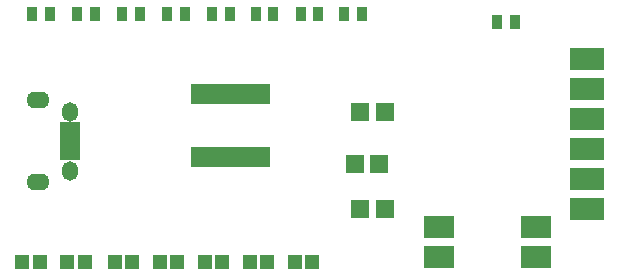
<source format=gts>
G04 #@! TF.FileFunction,Soldermask,Top*
%FSLAX46Y46*%
G04 Gerber Fmt 4.6, Leading zero omitted, Abs format (unit mm)*
G04 Created by KiCad (PCBNEW 4.0.0-rc1-stable) date 12/2/2015 11:11:47 PM*
%MOMM*%
G01*
G04 APERTURE LIST*
%ADD10C,0.100000*%
%ADD11R,1.200000X1.150000*%
%ADD12R,1.598880X1.598880*%
%ADD13R,0.900000X1.300000*%
%ADD14R,1.750000X0.800000*%
%ADD15O,1.350000X1.650000*%
%ADD16O,1.950000X1.400000*%
%ADD17R,0.806400X1.670000*%
%ADD18R,2.559000X1.924000*%
%ADD19R,2.940000X1.924000*%
G04 APERTURE END LIST*
D10*
D11*
X128040000Y-125095000D03*
X129540000Y-125095000D03*
X131850000Y-125095000D03*
X133350000Y-125095000D03*
X135890000Y-125095000D03*
X137390000Y-125095000D03*
X139700000Y-125095000D03*
X141200000Y-125095000D03*
X143510000Y-125095000D03*
X145010000Y-125095000D03*
X147320000Y-125095000D03*
X148820000Y-125095000D03*
X151130000Y-125095000D03*
X152630000Y-125095000D03*
D12*
X158750000Y-112395000D03*
X156651960Y-112395000D03*
X158308040Y-116840000D03*
X156210000Y-116840000D03*
X158750000Y-120650000D03*
X156651960Y-120650000D03*
D13*
X168275000Y-104775000D03*
X169775000Y-104775000D03*
D14*
X132080000Y-113595000D03*
X132080000Y-114245000D03*
X132080000Y-114895000D03*
X132080000Y-115545000D03*
X132080000Y-116195000D03*
D15*
X132080000Y-112395000D03*
X132080000Y-117395000D03*
D16*
X129380000Y-111395000D03*
X129380000Y-118395000D03*
D13*
X128905000Y-104140000D03*
X130405000Y-104140000D03*
X132715000Y-104140000D03*
X134215000Y-104140000D03*
X136525000Y-104140000D03*
X138025000Y-104140000D03*
X140335000Y-104140000D03*
X141835000Y-104140000D03*
X144145000Y-104140000D03*
X145645000Y-104140000D03*
X147840000Y-104140000D03*
X149340000Y-104140000D03*
X151650000Y-104140000D03*
X153150000Y-104140000D03*
X155345000Y-104140000D03*
X156845000Y-104140000D03*
D17*
X148640800Y-110871000D03*
X148005800Y-110871000D03*
X147345400Y-110871000D03*
X146685000Y-110871000D03*
X146050000Y-110871000D03*
X145389600Y-110871000D03*
X144729200Y-110871000D03*
X144094200Y-110871000D03*
X143433800Y-110871000D03*
X142798800Y-110871000D03*
X142798800Y-116205000D03*
X143433800Y-116205000D03*
X144094200Y-116205000D03*
X144729200Y-116205000D03*
X145389600Y-116205000D03*
X146050000Y-116205000D03*
X146685000Y-116205000D03*
X147345400Y-116205000D03*
X148005800Y-116205000D03*
X148640800Y-116205000D03*
D18*
X163322000Y-122174000D03*
X163322000Y-124714000D03*
X171577000Y-124714000D03*
X171577000Y-122174000D03*
D19*
X175895000Y-107950000D03*
X175895000Y-110490000D03*
X175895000Y-113030000D03*
X175895000Y-115570000D03*
X175895000Y-118110000D03*
X175895000Y-120650000D03*
M02*

</source>
